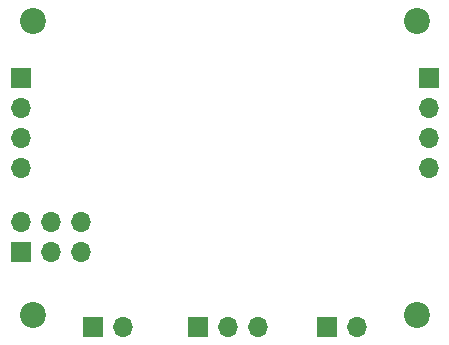
<source format=gbr>
%TF.GenerationSoftware,KiCad,Pcbnew,(6.0.2)*%
%TF.CreationDate,2022-04-29T01:07:20-04:00*%
%TF.ProjectId,Spacecraft ATmega328 MOSFET,53706163-6563-4726-9166-742041546d65,rev?*%
%TF.SameCoordinates,Original*%
%TF.FileFunction,Soldermask,Bot*%
%TF.FilePolarity,Negative*%
%FSLAX46Y46*%
G04 Gerber Fmt 4.6, Leading zero omitted, Abs format (unit mm)*
G04 Created by KiCad (PCBNEW (6.0.2)) date 2022-04-29 01:07:20*
%MOMM*%
%LPD*%
G01*
G04 APERTURE LIST*
%ADD10R,1.700000X1.700000*%
%ADD11O,1.700000X1.700000*%
%ADD12C,2.200000*%
G04 APERTURE END LIST*
D10*
%TO.C,J4*%
X104394000Y-90170000D03*
D11*
X106934000Y-90170000D03*
X109474000Y-90170000D03*
%TD*%
D10*
%TO.C,J1*%
X89408000Y-69088000D03*
D11*
X89408000Y-71628000D03*
X89408000Y-74168000D03*
X89408000Y-76708000D03*
%TD*%
D10*
%TO.C,J5*%
X95504000Y-90170000D03*
D11*
X98044000Y-90170000D03*
%TD*%
D12*
%TO.C,H2*%
X90424000Y-89154000D03*
%TD*%
%TO.C,H3*%
X90424000Y-64262000D03*
%TD*%
D10*
%TO.C,J3*%
X89408000Y-83820000D03*
D11*
X89408000Y-81280000D03*
X91948000Y-83820000D03*
X91948000Y-81280000D03*
X94488000Y-83820000D03*
X94488000Y-81280000D03*
%TD*%
D12*
%TO.C,H4*%
X122936000Y-89154000D03*
%TD*%
D10*
%TO.C,Jv*%
X115316000Y-90170000D03*
D11*
X117856000Y-90170000D03*
%TD*%
D10*
%TO.C,J2*%
X123952000Y-69088000D03*
D11*
X123952000Y-71628000D03*
X123952000Y-74168000D03*
X123952000Y-76708000D03*
%TD*%
D12*
%TO.C,H1*%
X122936000Y-64262000D03*
%TD*%
M02*

</source>
